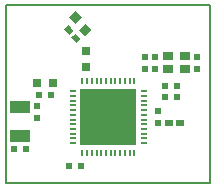
<source format=gts>
G04 #@! TF.FileFunction,Soldermask,Top*
%FSLAX46Y46*%
G04 Gerber Fmt 4.6, Leading zero omitted, Abs format (unit mm)*
G04 Created by KiCad (PCBNEW 4.0.0-stable) date Wednesday, March 16, 2016 'PMt' 11:46:47 PM*
%MOMM*%
G01*
G04 APERTURE LIST*
%ADD10C,0.100000*%
%ADD11C,0.152400*%
%ADD12R,0.750001X0.800001*%
%ADD13O,0.650001X0.200000*%
%ADD14O,0.200000X0.650001*%
%ADD15R,4.700001X4.700001*%
%ADD16C,0.609600*%
%ADD17R,0.499999X0.599999*%
%ADD18R,0.599999X0.499999*%
%ADD19R,0.650001X0.499999*%
%ADD20R,0.800001X0.750001*%
%ADD21R,1.800000X1.000000*%
%ADD22R,0.900000X0.800000*%
G04 APERTURE END LIST*
D10*
D11*
X0Y0D02*
X0Y15036800D01*
X0Y0D02*
X17246200Y0D01*
X0Y15036800D02*
X17246200Y15036800D01*
X17246200Y0D02*
X17246200Y15036800D01*
D12*
X2652395Y8458197D03*
X4002395Y8458197D03*
D10*
G36*
X5800660Y13414375D02*
X5318569Y13988909D01*
X5931404Y14503139D01*
X6413495Y13928605D01*
X5800660Y13414375D01*
X5800660Y13414375D01*
G37*
G36*
X6668424Y12380215D02*
X6186333Y12954749D01*
X6799168Y13468979D01*
X7281259Y12894445D01*
X6668424Y12380215D01*
X6668424Y12380215D01*
G37*
D13*
X5636395Y7737197D03*
X5636395Y7337197D03*
X5636395Y6937197D03*
X5636395Y6537197D03*
X5636395Y6137197D03*
X5636395Y5737197D03*
X5636395Y5337197D03*
X5636395Y4937197D03*
X5636395Y4537197D03*
X5636395Y4137197D03*
X5636395Y3737197D03*
X5636395Y3337197D03*
D14*
X6461395Y2512197D03*
X6861395Y2512197D03*
X7261395Y2512197D03*
X7661395Y2512197D03*
X8061395Y2512197D03*
X8461395Y2512197D03*
X8861395Y2512197D03*
X9261395Y2512197D03*
X9661395Y2512197D03*
X10061395Y2512197D03*
X10461395Y2512197D03*
X10861395Y2512197D03*
D13*
X11686395Y3337197D03*
X11686395Y3737197D03*
X11686395Y4137197D03*
X11686395Y4537197D03*
X11686395Y4937197D03*
X11686395Y5337197D03*
X11686395Y5737197D03*
X11686395Y6137197D03*
X11686395Y6537197D03*
X11686395Y6937197D03*
X11686395Y7337197D03*
X11686395Y7737197D03*
D14*
X10861395Y8562197D03*
X10461395Y8562197D03*
X10061395Y8562197D03*
X9661395Y8562197D03*
X9261395Y8562197D03*
X8861395Y8562197D03*
X8461395Y8562197D03*
X8061395Y8562197D03*
X7661395Y8562197D03*
X7261395Y8562197D03*
X6861395Y8562197D03*
X6461395Y8562197D03*
D15*
X8661395Y5537197D03*
D16*
X6861395Y7337197D03*
X8061395Y7337197D03*
X9261395Y7337197D03*
X10461395Y7337197D03*
X6861395Y6137197D03*
X8061395Y6137197D03*
X9261395Y6137197D03*
X10461395Y6137197D03*
X6861395Y4937197D03*
X8061395Y4937197D03*
X9261395Y4937197D03*
X10461395Y4937197D03*
X6861395Y3737197D03*
X8061395Y3737197D03*
X9261395Y3737197D03*
X10461395Y3737197D03*
D17*
X11760195Y10634597D03*
X11760195Y9634597D03*
X12649195Y9634597D03*
X12649195Y10634597D03*
X16205195Y10634597D03*
X16205195Y9634597D03*
D18*
X14444595Y8153397D03*
X13444595Y8153397D03*
X14444595Y7264397D03*
X13444595Y7264397D03*
D19*
X13799795Y5029197D03*
X14749795Y5029197D03*
D17*
X12852395Y5037197D03*
X12852395Y6037197D03*
D18*
X693795Y2844797D03*
X1693795Y2844797D03*
D17*
X2616195Y5494397D03*
X2616195Y6494397D03*
D18*
X2827395Y7416797D03*
X3827395Y7416797D03*
D20*
X6781795Y11170361D03*
X6781795Y9820361D03*
D10*
G36*
X5326186Y12532287D02*
X4908374Y13030216D01*
X5291394Y13351609D01*
X5709206Y12853680D01*
X5326186Y12532287D01*
X5326186Y12532287D01*
G37*
G36*
X5936834Y11804545D02*
X5519022Y12302474D01*
X5902042Y12623867D01*
X6319854Y12125938D01*
X5936834Y11804545D01*
X5936834Y11804545D01*
G37*
D21*
X1193795Y6406197D03*
X1193795Y3906197D03*
D18*
X5316595Y1447797D03*
X6316595Y1447797D03*
D22*
X13727195Y10684597D03*
X13727195Y9584597D03*
X15127195Y10684597D03*
X15127195Y9584597D03*
M02*

</source>
